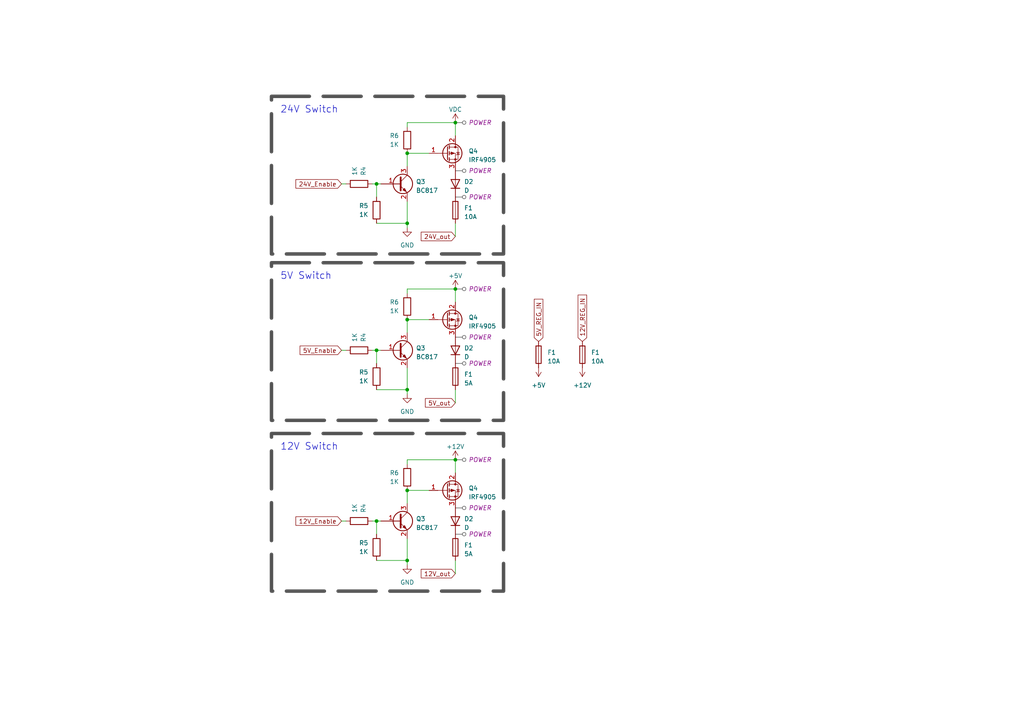
<source format=kicad_sch>
(kicad_sch (version 20230121) (generator eeschema)
  (paper "A4")
  (lib_symbols
    (symbol "Device:D" (pin_numbers hide) (pin_names (offset 1.016) hide)
      (property "Reference" "D" (at 0 2.54 0))
      (property "Value" "D" (at 0 -2.54 0))
      (symbol "D_0_1"
        (polyline (pts (xy -1.27 1.27) (xy -1.27 -1.27)) (stroke (width 0.254)))
        (polyline (pts (xy 1.27 0) (xy -1.27 0)))
        (polyline (pts (xy 1.27 1.27) (xy 1.27 -1.27) (xy -1.27 0) (xy 1.27 1.27)) (stroke (width 0.254)))
      )
      (symbol "D_1_1"
        (pin passive line (at -3.81 0 0) (length 2.54) (name "K") (number "1"))
        (pin passive line (at 3.81 0 180) (length 2.54) (name "A") (number "2"))
      )
    )
    (symbol "Device:Fuse" (pin_numbers hide) (pin_names (offset 0))
      (property "Reference" "F" (at 2.032 0 90))
      (property "Value" "Fuse" (at -1.905 0 90))
      (symbol "Fuse_0_1"
        (rectangle (start -0.762 -2.54) (end 0.762 2.54) (stroke (width 0.254)))
        (polyline (pts (xy 0 2.54) (xy 0 -2.54)))
      )
      (symbol "Fuse_1_1"
        (pin passive line (at 0 3.81 270) (length 1.27) (name "~") (number "1"))
        (pin passive line (at 0 -3.81 90) (length 1.27) (name "~") (number "2"))
      )
    )
    (symbol "Device:R" (pin_numbers hide) (pin_names (offset 0))
      (property "Reference" "R" (at 2.032 0 90))
      (property "Value" "R" (at 0 0 90))
      (symbol "R_0_1"
        (rectangle (start -1.016 -2.54) (end 1.016 2.54) (stroke (width 0.254)))
      )
      (symbol "R_1_1"
        (pin passive line (at 0 3.81 270) (length 1.27) (name "~") (number "1"))
        (pin passive line (at 0 -3.81 90) (length 1.27) (name "~") (number "2"))
      )
    )
    (symbol "Transistor_BJT:BC817" (pin_names (offset 0) hide)
      (property "Reference" "Q" (at 5.08 1.905 0))
      (property "Value" "BC817" (at 5.08 0 0))
      (symbol "BC817_0_1"
        (polyline (pts (xy 0.635 0.635) (xy 2.54 2.54)))
        (polyline (pts (xy 0.635 -0.635) (xy 2.54 -2.54) (xy 2.54 -2.54)))
        (polyline (pts (xy 0.635 1.905) (xy 0.635 -1.905) (xy 0.635 -1.905)) (stroke (width 0.508)))
        (polyline (pts (xy 1.27 -1.778) (xy 1.778 -1.27) (xy 2.286 -2.286) (xy 1.27 -1.778) (xy 1.27 -1.778)) (fill (type outline)))
        (circle (center 1.27 0) (radius 2.8194) (stroke (width 0.254)))
      )
      (symbol "BC817_1_1"
        (pin input line (at -5.08 0 0) (length 5.715) (name "B") (number "1"))
        (pin passive line (at 2.54 -5.08 90) (length 2.54) (name "E") (number "2"))
        (pin passive line (at 2.54 5.08 270) (length 2.54) (name "C") (number "3"))
      )
    )
    (symbol "Transistor_FET:IRF4905" (pin_names hide)
      (property "Reference" "Q" (at 5.08 1.905 0))
      (property "Value" "IRF4905" (at 5.08 0 0))
      (symbol "IRF4905_0_1"
        (polyline (pts (xy 0.254 0) (xy -2.54 0)))
        (polyline (pts (xy 0.254 1.905) (xy 0.254 -1.905)) (stroke (width 0.254)))
        (polyline (pts (xy 0.762 -1.27) (xy 0.762 -2.286)) (stroke (width 0.254)))
        (polyline (pts (xy 0.762 0.508) (xy 0.762 -0.508)) (stroke (width 0.254)))
        (polyline (pts (xy 0.762 2.286) (xy 0.762 1.27)) (stroke (width 0.254)))
        (polyline (pts (xy 2.54 2.54) (xy 2.54 1.778)))
        (polyline (pts (xy 2.54 -2.54) (xy 2.54 0) (xy 0.762 0)))
        (polyline (pts (xy 0.762 1.778) (xy 3.302 1.778) (xy 3.302 -1.778) (xy 0.762 -1.778)))
        (polyline (pts (xy 2.286 0) (xy 1.27 0.381) (xy 1.27 -0.381) (xy 2.286 0)) (fill (type outline)))
        (polyline (pts (xy 2.794 -0.508) (xy 2.921 -0.381) (xy 3.683 -0.381) (xy 3.81 -0.254)))
        (polyline (pts (xy 3.302 -0.381) (xy 2.921 0.254) (xy 3.683 0.254) (xy 3.302 -0.381)))
        (circle (center 1.651 0) (radius 2.794) (stroke (width 0.254)))
        (circle (center 2.54 -1.778) (radius 0.254) (fill (type outline)))
        (circle (center 2.54 1.778) (radius 0.254) (fill (type outline)))
      )
      (symbol "IRF4905_1_1"
        (pin input line (at -5.08 0 0) (length 2.54) (name "G") (number "1"))
        (pin passive line (at 2.54 5.08 270) (length 2.54) (name "D") (number "2"))
        (pin passive line (at 2.54 -5.08 90) (length 2.54) (name "S") (number "3"))
      )
    )
    (symbol "power:+12V" (power) (pin_names (offset 0))
      (property "Value" "+12V" (at 0 3.556 0))
      (symbol "+12V_0_1"
        (polyline (pts (xy -0.762 1.27) (xy 0 2.54)))
        (polyline (pts (xy 0 0) (xy 0 2.54)))
        (polyline (pts (xy 0 2.54) (xy 0.762 1.27)))
      )
      (symbol "+12V_1_1"
        (pin power_in line (at 0 0 90) (length 0) hide (name "+12V") (number "1"))
      )
    )
    (symbol "power:+5V" (power) (pin_names (offset 0))
      (property "Value" "+5V" (at 0 3.556 0))
      (symbol "+5V_0_1"
        (polyline (pts (xy -0.762 1.27) (xy 0 2.54)))
        (polyline (pts (xy 0 0) (xy 0 2.54)))
        (polyline (pts (xy 0 2.54) (xy 0.762 1.27)))
      )
      (symbol "+5V_1_1"
        (pin power_in line (at 0 0 90) (length 0) hide (name "+5V") (number "1"))
      )
    )
    (symbol "power:GND" (power) (pin_names (offset 0))
      (property "Value" "GND" (at 0 -3.81 0))
      (symbol "GND_0_1"
        (polyline (pts (xy 0 0) (xy 0 -1.27) (xy 1.27 -1.27) (xy 0 -2.54) (xy -1.27 -1.27) (xy 0 -1.27)))
      )
      (symbol "GND_1_1"
        (pin power_in line (at 0 0 270) (length 0) hide (name "GND") (number "1"))
      )
    )
    (symbol "power:VDC" (power) (pin_names (offset 0))
      (property "Value" "VDC" (at 0 6.35 0))
      (symbol "VDC_0_1"
        (polyline (pts (xy -0.762 1.27) (xy 0 2.54)))
        (polyline (pts (xy 0 0) (xy 0 2.54)))
        (polyline (pts (xy 0 2.54) (xy 0.762 1.27)))
      )
      (symbol "VDC_1_1"
        (pin power_in line (at 0 0 90) (length 0) hide (name "VDC") (number "1"))
      )
    )
  )
  (junction (at 109.22 53.34))
  (junction (at 109.22 101.6))
  (junction (at 118.11 162.56))
  (junction (at 132.08 133.35))
  (junction (at 132.08 35.56))
  (junction (at 109.22 151.13))
  (junction (at 118.11 44.45))
  (junction (at 132.08 83.82))
  (junction (at 118.11 64.77))
  (junction (at 118.11 142.24))
  (junction (at 118.11 92.71))
  (junction (at 118.11 113.03))
  (wire (pts (xy 118.11 142.24) (xy 124.46 142.24)))
  (wire (pts (xy 118.11 162.56) (xy 118.11 163.83)))
  (wire (pts (xy 118.11 64.77) (xy 118.11 66.04)))
  (wire (pts (xy 109.22 53.34) (xy 109.22 57.15)))
  (wire (pts (xy 100.33 53.34) (xy 99.06 53.34)))
  (wire (pts (xy 109.22 101.6) (xy 109.22 105.41)))
  (wire (pts (xy 118.11 92.71) (xy 118.11 96.52)))
  (wire (pts (xy 118.11 142.24) (xy 118.11 146.05)))
  (wire (pts (xy 109.22 101.6) (xy 110.49 101.6)))
  (wire (pts (xy 109.22 151.13) (xy 109.22 154.94)))
  (wire (pts (xy 118.11 133.35) (xy 132.08 133.35)))
  (wire (pts (xy 100.33 151.13) (xy 99.06 151.13)))
  (wire (pts (xy 118.11 92.71) (xy 124.46 92.71)))
  (wire (pts (xy 109.22 53.34) (xy 110.49 53.34)))
  (wire (pts (xy 118.11 58.42) (xy 118.11 64.77)))
  (wire (pts (xy 118.11 44.45) (xy 124.46 44.45)))
  (wire (pts (xy 100.33 101.6) (xy 99.06 101.6)))
  (wire (pts (xy 107.95 53.34) (xy 109.22 53.34)))
  (wire (pts (xy 132.08 116.84) (xy 132.08 113.03)))
  (wire (pts (xy 109.22 64.77) (xy 118.11 64.77)))
  (wire (pts (xy 118.11 156.21) (xy 118.11 162.56)))
  (wire (pts (xy 118.11 85.09) (xy 118.11 83.82)))
  (wire (pts (xy 118.11 83.82) (xy 132.08 83.82)))
  (wire (pts (xy 118.11 113.03) (xy 118.11 114.3)))
  (wire (pts (xy 132.08 166.37) (xy 132.08 162.56)))
  (wire (pts (xy 109.22 162.56) (xy 118.11 162.56)))
  (wire (pts (xy 132.08 133.35) (xy 132.08 137.16)))
  (wire (pts (xy 109.22 151.13) (xy 110.49 151.13)))
  (wire (pts (xy 132.08 68.58) (xy 132.08 64.77)))
  (wire (pts (xy 132.08 35.56) (xy 132.08 39.37)))
  (wire (pts (xy 118.11 44.45) (xy 118.11 48.26)))
  (wire (pts (xy 107.95 101.6) (xy 109.22 101.6)))
  (wire (pts (xy 107.95 151.13) (xy 109.22 151.13)))
  (wire (pts (xy 118.11 134.62) (xy 118.11 133.35)))
  (wire (pts (xy 118.11 106.68) (xy 118.11 113.03)))
  (wire (pts (xy 118.11 36.83) (xy 118.11 35.56)))
  (wire (pts (xy 132.08 83.82) (xy 132.08 87.63)))
  (wire (pts (xy 109.22 113.03) (xy 118.11 113.03)))
  (wire (pts (xy 118.11 35.56) (xy 132.08 35.56)))
  (rectangle (start 78.74 27.94) (end 146.05 73.66) (stroke (width 1) (type dash) (color 83 83 83 1)))
  (rectangle (start 78.74 125.73) (end 146.05 171.45) (stroke (width 1) (type dash) (color 83 83 83 1)))
  (rectangle (start 78.74 76.2) (end 146.05 121.92) (stroke (width 1) (type dash) (color 83 83 83 1)))
  (text "5V Switch" (at 81.28 81.28 0) (effects (font (size 2 2)) (justify left bottom)))
  (text "12V Switch" (at 81.28 130.81 0) (effects (font (size 2 2)) (justify left bottom)))
  (text "24V Switch" (at 81.28 33.02 0) (effects (font (size 2 2)) (justify left bottom)))
  (global_label "24V_out" (shape input) (at 132.08 68.58 180) (property "Intersheetrefs" "${INTERSHEET_REFS}" (effects hide)))
  (global_label "5V_out" (shape input) (at 132.08 116.84 180) (property "Intersheetrefs" "${INTERSHEET_REFS}" (effects hide)))
  (global_label "5V_REG_IN" (shape input) (at 156.21 99.06 90) (property "Intersheetrefs" "${INTERSHEET_REFS}" (effects hide)))
  (global_label "5V_Enable" (shape input) (at 99.06 101.6 180) (property "Intersheetrefs" "${INTERSHEET_REFS}" (effects hide)))
  (global_label "24V_Enable" (shape input) (at 99.06 53.34 180) (property "Intersheetrefs" "${INTERSHEET_REFS}" (effects hide)))
  (global_label "12V_REG_IN" (shape input) (at 168.91 99.06 90) (property "Intersheetrefs" "${INTERSHEET_REFS}" (effects hide)))
  (global_label "12V_out" (shape input) (at 132.08 166.37 180) (property "Intersheetrefs" "${INTERSHEET_REFS}" (effects hide)))
  (global_label "12V_Enable" (shape input) (at 99.06 151.13 180) (property "Intersheetrefs" "${INTERSHEET_REFS}" (effects hide)))
  (netclass_flag "" (length 2.54) (shape round) (at 132.08 147.32 270) (property "Netclass" "POWER" (at 135.89 147.32 0) (effects (font italic) (justify left))))
  (netclass_flag "" (length 2.54) (shape round) (at 132.08 57.15 270) (property "Netclass" "POWER" (at 135.89 57.15 0) (effects (font italic) (justify left))))
  (netclass_flag "" (length 2.54) (shape round) (at 132.08 154.94 270) (property "Netclass" "POWER" (at 135.89 154.94 0) (effects (font italic) (justify left))))
  (netclass_flag "" (length 2.54) (shape round) (at 132.08 105.41 270) (property "Netclass" "POWER" (at 135.89 105.41 0) (effects (font italic) (justify left))))
  (netclass_flag "" (length 2.54) (shape round) (at 132.08 97.79 270) (property "Netclass" "POWER" (at 135.89 97.79 0) (effects (font italic) (justify left))))
  (netclass_flag "" (length 2.54) (shape round) (at 132.08 49.53 270) (property "Netclass" "POWER" (at 135.89 49.53 0) (effects (font italic) (justify left))))
  (netclass_flag "" (length 2.54) (shape round) (at 132.08 35.56 270) (property "Netclass" "POWER" (at 135.89 35.56 0) (effects (font italic) (justify left))))
  (netclass_flag "" (length 2.54) (shape round) (at 132.08 83.82 270) (property "Netclass" "POWER" (at 135.89 83.82 0) (effects (font italic) (justify left))))
  (netclass_flag "" (length 2.54) (shape round) (at 132.08 133.35 270) (property "Netclass" "POWER" (at 135.89 133.35 0) (effects (font italic) (justify left))))
  (symbol (lib_id "Transistor_BJT:BC817") (at 115.57 53.34 0) (unit 1)
    (property "Reference" "Q3" (at 120.65 52.705 0) (effects (justify left)))
    (property "Value" "BC817" (at 120.65 55.245 0) (effects (justify left)))
    (property "Footprint" "Package_TO_SOT_SMD:SOT-23" (effects hide))
    (property "Datasheet" "https://www.onsemi.com/pub/Collateral/BC818-D.pdf" (effects hide))
    (instances (project "armatron_power_board" (path "" (reference "Q3") (unit 1)) (path "" (reference "Q15") (unit 1))))
  )
  (symbol (lib_id "Device:D") (at 132.08 101.6 90) (unit 1)
    (property "Reference" "D2" (at 134.62 100.965 90) (effects (justify right)))
    (property "Value" "D" (at 134.62 103.505 90) (effects (justify right)))
    (property "Footprint" "Package_TO_SOT_SMD:TO-277B" (effects hide))
    (property "Sim.Device" "D" (effects hide))
    (property "Sim.Pins" "1=K 2=A" (effects hide))
    (instances (project "armatron_power_board" (path "" (reference "D2") (unit 1)) (path "" (reference "D9") (unit 1))))
  )
  (symbol (lib_id "Device:R") (at 118.11 40.64 0) (unit 1)
    (property "Reference" "R6" (at 113.03 39.37 0) (effects (justify left)))
    (property "Value" "1K" (at 113.03 41.91 0) (effects (justify left)))
    (property "Footprint" "Resistor_SMD:R_0603_1608Metric_Pad0.98x0.95mm_HandSolder" (effects hide))
    (instances (project "armatron_power_board" (path "" (reference "R6") (unit 1)) (path "" (reference "R32") (unit 1))))
  )
  (symbol (lib_id "Transistor_FET:IRF4905") (at 129.54 92.71 0) (unit 1)
    (property "Reference" "Q4" (at 135.89 92.075 0) (effects (justify left)))
    (property "Value" "IRF4905" (at 135.89 94.615 0) (effects (justify left)))
    (property "Footprint" "Package_TO_SOT_SMD:TO-263-2" (effects hide))
    (property "Datasheet" "http://www.infineon.com/dgdl/irf4905.pdf?fileId=5546d462533600a4015355e32165197c" (effects hide))
    (instances (project "armatron_power_board" (path "" (reference "Q4") (unit 1)) (path "" (reference "Q12") (unit 1))))
  )
  (symbol (lib_id "power:GND") (at 118.11 66.04 0) (unit 1)
    (property "Reference" "#PWR08" (effects hide))
    (property "Value" "GND" (at 118.11 71.12 0))
    (instances (project "armatron_power_board" (path "" (reference "#PWR08") (unit 1)) (path "" (reference "#PWR047") (unit 1))))
  )
  (symbol (lib_id "power:+12V") (at 168.91 106.68 180) (unit 1)
    (property "Reference" "#PWR028" (effects hide))
    (property "Value" "+12V" (at 168.91 111.76 0))
  )
  (symbol (lib_id "Device:Fuse") (at 132.08 158.75 0) (unit 1)
    (property "Reference" "F1" (at 134.62 158.115 0) (effects (justify left)))
    (property "Value" "5A" (at 134.62 160.655 0) (effects (justify left)))
    (property "Footprint" "Fuse:Fuseholder_Cylinder-5x20mm_Schurter_0031_8201_Horizontal_Open" (effects hide))
    (instances (project "armatron_power_board" (path "" (reference "F1") (unit 1)) (path "" (reference "F8") (unit 1))))
  )
  (symbol (lib_id "Device:Fuse") (at 132.08 109.22 0) (unit 1)
    (property "Reference" "F1" (at 134.62 108.585 0) (effects (justify left)))
    (property "Value" "5A" (at 134.62 111.125 0) (effects (justify left)))
    (property "Footprint" "Fuse:Fuseholder_Cylinder-5x20mm_Schurter_0031_8201_Horizontal_Open" (effects hide))
    (instances (project "armatron_power_board" (path "" (reference "F1") (unit 1)) (path "" (reference "F5") (unit 1))))
  )
  (symbol (lib_id "Device:R") (at 118.11 88.9 0) (unit 1)
    (property "Reference" "R6" (at 113.03 87.63 0) (effects (justify left)))
    (property "Value" "1K" (at 113.03 90.17 0) (effects (justify left)))
    (property "Footprint" "Resistor_SMD:R_0603_1608Metric_Pad0.98x0.95mm_HandSolder" (effects hide))
    (instances (project "armatron_power_board" (path "" (reference "R6") (unit 1)) (path "" (reference "R26") (unit 1))))
  )
  (symbol (lib_id "Device:Fuse") (at 168.91 102.87 0) (unit 1)
    (property "Reference" "F1" (at 171.45 102.235 0) (effects (justify left)))
    (property "Value" "10A" (at 171.45 104.775 0) (effects (justify left)))
    (property "Footprint" "Fuse:Fuseholder_Cylinder-5x20mm_Schurter_0031_8201_Horizontal_Open" (effects hide))
    (instances (project "armatron_power_board" (path "" (reference "F1") (unit 1)) (path "" (reference "F7") (unit 1))))
  )
  (symbol (lib_id "power:VDC") (at 132.08 35.56 0) (unit 1)
    (property "Reference" "#PWR048" (effects hide))
    (property "Value" "VDC" (at 132.08 31.75 0))
  )
  (symbol (lib_id "power:+5V") (at 156.21 106.68 180) (unit 1)
    (property "Reference" "#PWR024" (effects hide))
    (property "Value" "+5V" (at 156.21 111.76 0))
  )
  (symbol (lib_id "Transistor_BJT:BC817") (at 115.57 151.13 0) (unit 1)
    (property "Reference" "Q3" (at 120.65 150.495 0) (effects (justify left)))
    (property "Value" "BC817" (at 120.65 153.035 0) (effects (justify left)))
    (property "Footprint" "Package_TO_SOT_SMD:SOT-23" (effects hide))
    (property "Datasheet" "https://www.onsemi.com/pub/Collateral/BC818-D.pdf" (effects hide))
    (instances (project "armatron_power_board" (path "" (reference "Q3") (unit 1)) (path "" (reference "Q13") (unit 1))))
  )
  (symbol (lib_id "power:GND") (at 118.11 163.83 0) (unit 1)
    (property "Reference" "#PWR08" (effects hide))
    (property "Value" "GND" (at 118.11 168.91 0))
    (instances (project "armatron_power_board" (path "" (reference "#PWR08") (unit 1)) (path "" (reference "#PWR032") (unit 1))))
  )
  (symbol (lib_id "Device:D") (at 132.08 151.13 90) (unit 1)
    (property "Reference" "D2" (at 134.62 150.495 90) (effects (justify right)))
    (property "Value" "D" (at 134.62 153.035 90) (effects (justify right)))
    (property "Footprint" "Package_TO_SOT_SMD:TO-277B" (effects hide))
    (property "Sim.Device" "D" (effects hide))
    (property "Sim.Pins" "1=K 2=A" (effects hide))
    (instances (project "armatron_power_board" (path "" (reference "D2") (unit 1)) (path "" (reference "D10") (unit 1))))
  )
  (symbol (lib_id "Device:Fuse") (at 156.21 102.87 0) (unit 1)
    (property "Reference" "F1" (at 158.75 102.235 0) (effects (justify left)))
    (property "Value" "10A" (at 158.75 104.775 0) (effects (justify left)))
    (property "Footprint" "Fuse:Fuseholder_Cylinder-5x20mm_Schurter_0031_8201_Horizontal_Open" (effects hide))
    (instances (project "armatron_power_board" (path "" (reference "F1") (unit 1)) (path "" (reference "F6") (unit 1))))
  )
  (symbol (lib_id "Device:R") (at 109.22 60.96 0) (unit 1)
    (property "Reference" "R5" (at 104.14 59.69 0) (effects (justify left)))
    (property "Value" "1K" (at 104.14 62.23 0) (effects (justify left)))
    (property "Footprint" "Resistor_SMD:R_0603_1608Metric_Pad0.98x0.95mm_HandSolder" (effects hide))
    (instances (project "armatron_power_board" (path "" (reference "R5") (unit 1)) (path "" (reference "R31") (unit 1))))
  )
  (symbol (lib_id "Device:R") (at 109.22 158.75 0) (unit 1)
    (property "Reference" "R5" (at 104.14 157.48 0) (effects (justify left)))
    (property "Value" "1K" (at 104.14 160.02 0) (effects (justify left)))
    (property "Footprint" "Resistor_SMD:R_0603_1608Metric_Pad0.98x0.95mm_HandSolder" (effects hide))
    (instances (project "armatron_power_board" (path "" (reference "R5") (unit 1)) (path "" (reference "R28") (unit 1))))
  )
  (symbol (lib_id "Device:D") (at 132.08 53.34 90) (unit 1)
    (property "Reference" "D2" (at 134.62 52.705 90) (effects (justify right)))
    (property "Value" "D" (at 134.62 55.245 90) (effects (justify right)))
    (property "Footprint" "Package_TO_SOT_SMD:TO-277B" (effects hide))
    (property "Sim.Device" "D" (effects hide))
    (property "Sim.Pins" "1=K 2=A" (effects hide))
    (instances (project "armatron_power_board" (path "" (reference "D2") (unit 1)) (path "" (reference "D11") (unit 1))))
  )
  (symbol (lib_id "Transistor_FET:IRF4905") (at 129.54 142.24 0) (unit 1)
    (property "Reference" "Q4" (at 135.89 141.605 0) (effects (justify left)))
    (property "Value" "IRF4905" (at 135.89 144.145 0) (effects (justify left)))
    (property "Footprint" "Package_TO_SOT_SMD:TO-263-2" (effects hide))
    (property "Datasheet" "http://www.infineon.com/dgdl/irf4905.pdf?fileId=5546d462533600a4015355e32165197c" (effects hide))
    (instances (project "armatron_power_board" (path "" (reference "Q4") (unit 1)) (path "" (reference "Q14") (unit 1))))
  )
  (symbol (lib_id "Device:Fuse") (at 132.08 60.96 0) (unit 1)
    (property "Reference" "F1" (at 134.62 60.325 0) (effects (justify left)))
    (property "Value" "10A" (at 134.62 62.865 0) (effects (justify left)))
    (property "Footprint" "Fuse:Fuseholder_Cylinder-5x20mm_Schurter_0031_8201_Horizontal_Open" (effects hide))
    (instances (project "armatron_power_board" (path "" (reference "F1") (unit 1)) (path "" (reference "F9") (unit 1))))
  )
  (symbol (lib_id "Device:R") (at 118.11 138.43 0) (unit 1)
    (property "Reference" "R6" (at 113.03 137.16 0) (effects (justify left)))
    (property "Value" "1K" (at 113.03 139.7 0) (effects (justify left)))
    (property "Footprint" "Resistor_SMD:R_0603_1608Metric_Pad0.98x0.95mm_HandSolder" (effects hide))
    (instances (project "armatron_power_board" (path "" (reference "R6") (unit 1)) (path "" (reference "R29") (unit 1))))
  )
  (symbol (lib_id "power:+5V") (at 132.08 83.82 0) (unit 1)
    (property "Reference" "#PWR045" (effects hide))
    (property "Value" "+5V" (at 132.08 80.01 0))
  )
  (symbol (lib_id "Device:R") (at 104.14 53.34 270) (unit 1)
    (property "Reference" "R4" (at 105.41 48.26 0) (effects (justify left)))
    (property "Value" "1K" (at 102.87 48.26 0) (effects (justify left)))
    (property "Footprint" "Resistor_SMD:R_0603_1608Metric_Pad0.98x0.95mm_HandSolder" (effects hide))
    (instances (project "armatron_power_board" (path "" (reference "R4") (unit 1)) (path "" (reference "R30") (unit 1))))
  )
  (symbol (lib_id "Device:R") (at 104.14 101.6 270) (unit 1)
    (property "Reference" "R4" (at 105.41 96.52 0) (effects (justify left)))
    (property "Value" "1K" (at 102.87 96.52 0) (effects (justify left)))
    (property "Footprint" "Resistor_SMD:R_0603_1608Metric_Pad0.98x0.95mm_HandSolder" (effects hide))
    (instances (project "armatron_power_board" (path "" (reference "R4") (unit 1)) (path "" (reference "R24") (unit 1))))
  )
  (symbol (lib_id "power:+12V") (at 132.08 133.35 0) (unit 1)
    (property "Reference" "#PWR046" (effects hide))
    (property "Value" "+12V" (at 132.08 129.54 0))
  )
  (symbol (lib_id "Transistor_BJT:BC817") (at 115.57 101.6 0) (unit 1)
    (property "Reference" "Q3" (at 120.65 100.965 0) (effects (justify left)))
    (property "Value" "BC817" (at 120.65 103.505 0) (effects (justify left)))
    (property "Footprint" "Package_TO_SOT_SMD:SOT-23" (effects hide))
    (property "Datasheet" "https://www.onsemi.com/pub/Collateral/BC818-D.pdf" (effects hide))
    (instances (project "armatron_power_board" (path "" (reference "Q3") (unit 1)) (path "" (reference "Q11") (unit 1))))
  )
  (symbol (lib_id "Device:R") (at 104.14 151.13 270) (unit 1)
    (property "Reference" "R4" (at 105.41 146.05 0) (effects (justify left)))
    (property "Value" "1K" (at 102.87 146.05 0) (effects (justify left)))
    (property "Footprint" "Resistor_SMD:R_0603_1608Metric_Pad0.98x0.95mm_HandSolder" (effects hide))
    (instances (project "armatron_power_board" (path "" (reference "R4") (unit 1)) (path "" (reference "R27") (unit 1))))
  )
  (symbol (lib_id "Transistor_FET:IRF4905") (at 129.54 44.45 0) (unit 1)
    (property "Reference" "Q4" (at 135.89 43.815 0) (effects (justify left)))
    (property "Value" "IRF4905" (at 135.89 46.355 0) (effects (justify left)))
    (property "Footprint" "Package_TO_SOT_SMD:TO-263-2" (effects hide))
    (property "Datasheet" "http://www.infineon.com/dgdl/irf4905.pdf?fileId=5546d462533600a4015355e32165197c" (effects hide))
    (instances (project "armatron_power_board" (path "" (reference "Q4") (unit 1)) (path "" (reference "Q16") (unit 1))))
  )
  (symbol (lib_id "power:GND") (at 118.11 114.3 0) (unit 1)
    (property "Reference" "#PWR08" (effects hide))
    (property "Value" "GND" (at 118.11 119.38 0))
    (instances (project "armatron_power_board" (path "" (reference "#PWR08") (unit 1)) (path "" (reference "#PWR030") (unit 1))))
  )
  (symbol (lib_id "Device:R") (at 109.22 109.22 0) (unit 1)
    (property "Reference" "R5" (at 104.14 107.95 0) (effects (justify left)))
    (property "Value" "1K" (at 104.14 110.49 0) (effects (justify left)))
    (property "Footprint" "Resistor_SMD:R_0603_1608Metric_Pad0.98x0.95mm_HandSolder" (effects hide))
    (instances (project "armatron_power_board" (path "" (reference "R5") (unit 1)) (path "" (reference "R25") (unit 1))))
  )
)
</source>
